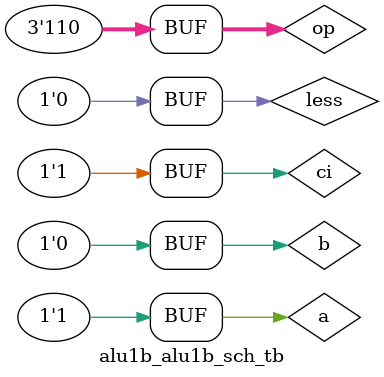
<source format=v>
`timescale 1ns / 1ps

module alu1b_alu1b_sch_tb();

// Inputs
   reg a;
   reg b;
   reg ci;
   reg less;
   reg [2:0] op;

// Output
   wire set;
   wire co;
   wire r;

// Bidirs

// Instantiate the UUT
   alu1b UUT (
		.a(a), 
		.b(b), 
		.ci(ci), 
		.set(set), 
		.less(less), 
		.co(co), 
		.op(op), 
		.r(r)
   );
// Initialize Inputs
	initial begin
	a = 0;
	b = 0;
	ci = 0;
	less = 0;
	op = 0;
// Wait 100ns for the simulator to finish initializing
	#100;
	a = 1;
	b = 1;
	op = 2;
	#1;
	if ((r == 0) && (co == 1) && (set == 0))
		$display("okay 1");
	else
		$display("fail 1");
	
// Wait 100ns for the simulator to finish initializing
	#100;
	a = 1;
	b = 1;
	op = 6;
	ci = 1;
	#1;
	if ((r == 0) && (co == 0) && (set == 0))
		$display("okay 1");
	else
		$display("fail 1");
	
// Wait 100ns for the simulator to finish initializing
	#100;
	a = 0;
	b = 1;
	op = 2;
	#1;
	if ((r == 1) && (co == 0) && (set == 0))
		$display("okay 1");
	else
		$display("fail 1");

// Wait 100ns for the simulator to finish initializing
	#100;
	a = 1;
	b = 0;
	op = 6;
	#1;
	if ((r == 1) && (co == 0) && (set == 0))
		$display("okay 1");
	else
		$display("fail 1");
end
endmodule

</source>
